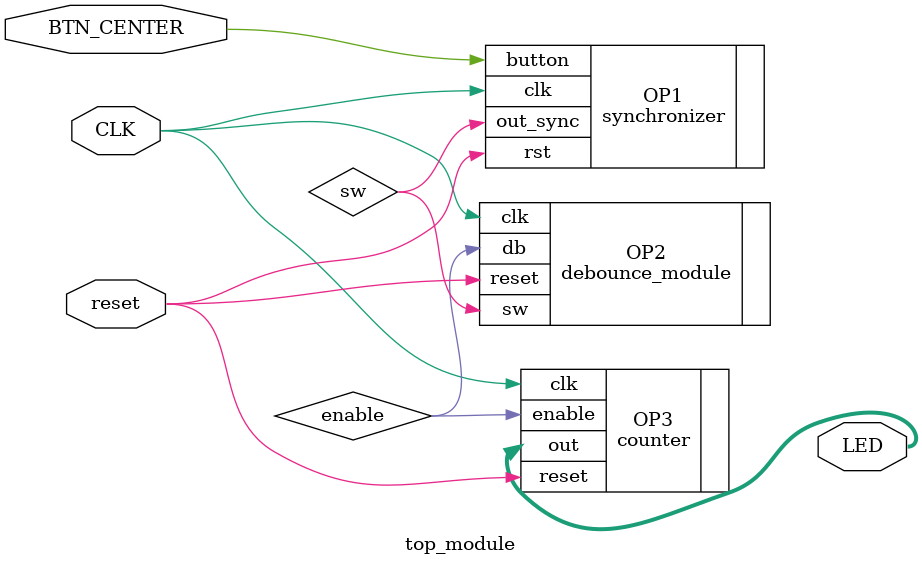
<source format=sv>
`timescale 1ns / 1ps


module top_module(BTN_CENTER,CLK, reset, LED );

    input logic BTN_CENTER, CLK, reset;
    output logic [15:0] LED;
    
    logic sw,enable;

    synchronizer OP1(.button(BTN_CENTER), .out_sync(sw), .clk(CLK), .rst(reset));
    debounce_module OP2(.sw(sw),.reset(reset), .clk(CLK), .db(enable));
    counter OP3(.enable(enable), .clk(CLK), .reset(reset), .out(LED));
    
 
    
endmodule

</source>
